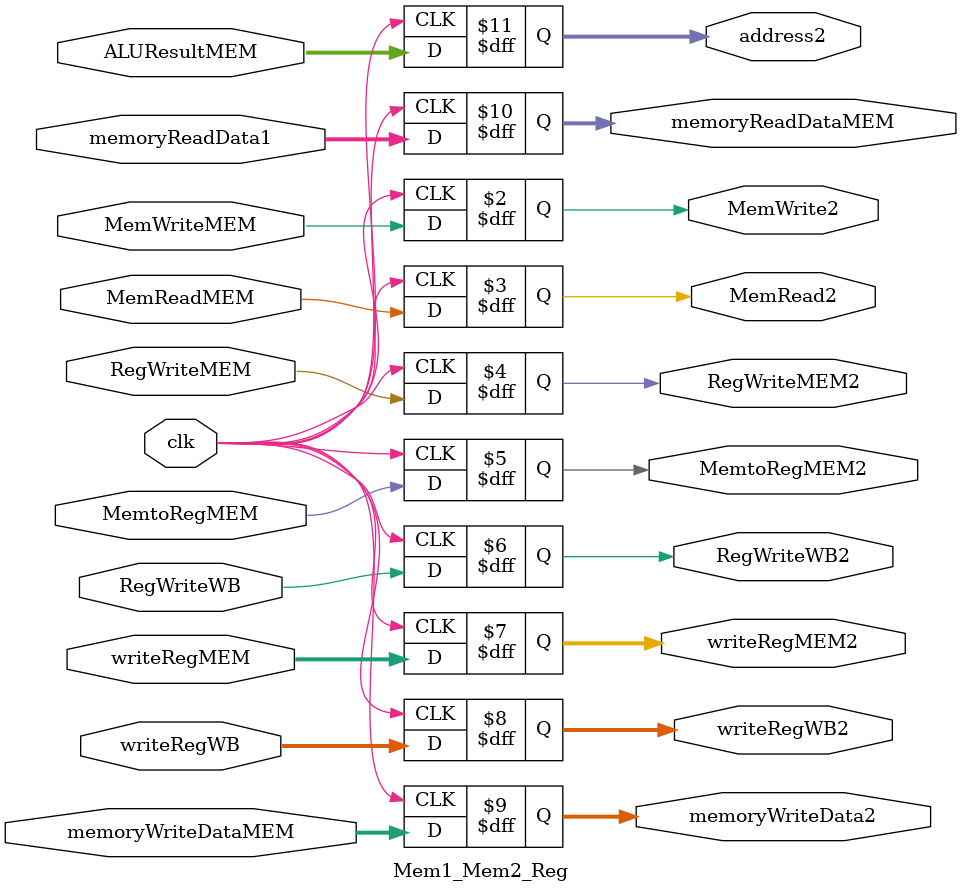
<source format=v>
module Mem1_Mem2_Reg (MemWriteMEM, MemWrite2, MemReadMEM, MemRead2, ALUResultMEM, address2, 
memoryWriteDataMEM, memoryWriteData2, clk, memoryReadData1, memoryReadDataMEM, 
RegWriteMEM, RegWriteMEM2, MemtoRegMEM, MemtoRegMEM2,
writeRegMEM, writeRegMEM2, RegWriteWB, RegWriteWB2, writeRegWB, writeRegWB2);
  input clk;
  input MemWriteMEM, MemReadMEM, RegWriteMEM, MemtoRegMEM, RegWriteWB;
  input [4:0] writeRegMEM, writeRegWB;
  input [15:0] memoryWriteDataMEM, memoryReadData1;
  input [31:0] ALUResultMEM;

  output reg MemWrite2, MemRead2, RegWriteMEM2, MemtoRegMEM2, RegWriteWB2;
  output reg [4:0] writeRegMEM2, writeRegWB2;
  output reg [15:0] memoryWriteData2, memoryReadDataMEM;
  output reg [31:0] address2;

  
  always@(posedge clk)
    begin
      
        MemWrite2 <= MemWriteMEM;
        MemRead2 <= MemReadMEM; 
        RegWriteMEM2 <= RegWriteMEM; 
        MemtoRegMEM2 <= MemtoRegMEM;
        RegWriteWB2 <= RegWriteWB;
        writeRegMEM2 <= writeRegMEM;
        writeRegWB2 <= writeRegWB;
        memoryWriteData2 <= memoryWriteDataMEM;
        memoryReadDataMEM <= memoryReadData1;
        address2 <= ALUResultMEM;
      
    end
  
  
endmodule
</source>
